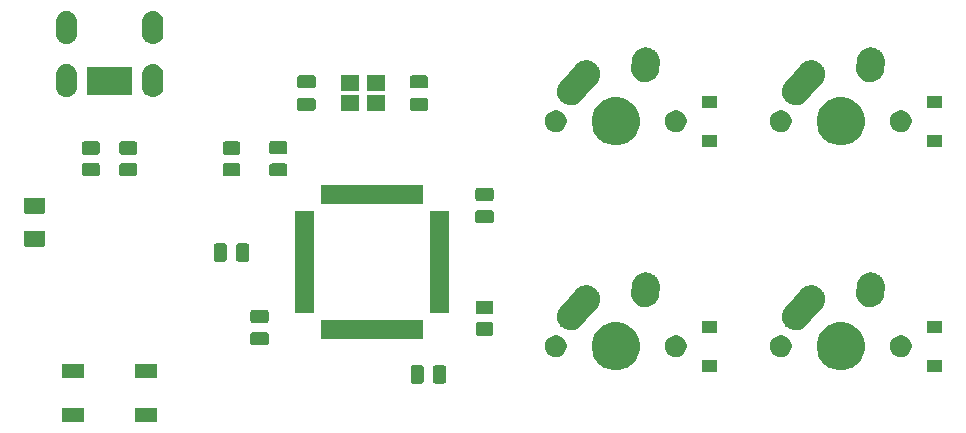
<source format=gbs>
G04 #@! TF.GenerationSoftware,KiCad,Pcbnew,(5.1.4-0-10_14)*
G04 #@! TF.CreationDate,2021-05-05T22:13:24+08:00*
G04 #@! TF.ProjectId,pcb-project,7063622d-7072-46f6-9a65-63742e6b6963,rev?*
G04 #@! TF.SameCoordinates,Original*
G04 #@! TF.FileFunction,Soldermask,Bot*
G04 #@! TF.FilePolarity,Negative*
%FSLAX46Y46*%
G04 Gerber Fmt 4.6, Leading zero omitted, Abs format (unit mm)*
G04 Created by KiCad (PCBNEW (5.1.4-0-10_14)) date 2021-05-05 22:13:24*
%MOMM*%
%LPD*%
G04 APERTURE LIST*
%ADD10C,0.100000*%
G04 APERTURE END LIST*
D10*
G36*
X173913500Y-138182250D02*
G01*
X172011500Y-138182250D01*
X172011500Y-136980250D01*
X173913500Y-136980250D01*
X173913500Y-138182250D01*
X173913500Y-138182250D01*
G37*
G36*
X167713500Y-138182250D02*
G01*
X165811500Y-138182250D01*
X165811500Y-136980250D01*
X167713500Y-136980250D01*
X167713500Y-138182250D01*
X167713500Y-138182250D01*
G37*
G36*
X198179434Y-133372436D02*
G01*
X198219284Y-133384524D01*
X198255999Y-133404149D01*
X198288186Y-133430564D01*
X198314601Y-133462751D01*
X198334226Y-133499466D01*
X198346314Y-133539316D01*
X198351000Y-133586891D01*
X198351000Y-134700609D01*
X198346314Y-134748184D01*
X198334226Y-134788034D01*
X198314601Y-134824749D01*
X198288186Y-134856936D01*
X198255999Y-134883351D01*
X198219284Y-134902976D01*
X198179434Y-134915064D01*
X198131859Y-134919750D01*
X197468141Y-134919750D01*
X197420566Y-134915064D01*
X197380716Y-134902976D01*
X197344001Y-134883351D01*
X197311814Y-134856936D01*
X197285399Y-134824749D01*
X197265774Y-134788034D01*
X197253686Y-134748184D01*
X197249000Y-134700609D01*
X197249000Y-133586891D01*
X197253686Y-133539316D01*
X197265774Y-133499466D01*
X197285399Y-133462751D01*
X197311814Y-133430564D01*
X197344001Y-133404149D01*
X197380716Y-133384524D01*
X197420566Y-133372436D01*
X197468141Y-133367750D01*
X198131859Y-133367750D01*
X198179434Y-133372436D01*
X198179434Y-133372436D01*
G37*
G36*
X196279434Y-133372436D02*
G01*
X196319284Y-133384524D01*
X196355999Y-133404149D01*
X196388186Y-133430564D01*
X196414601Y-133462751D01*
X196434226Y-133499466D01*
X196446314Y-133539316D01*
X196451000Y-133586891D01*
X196451000Y-134700609D01*
X196446314Y-134748184D01*
X196434226Y-134788034D01*
X196414601Y-134824749D01*
X196388186Y-134856936D01*
X196355999Y-134883351D01*
X196319284Y-134902976D01*
X196279434Y-134915064D01*
X196231859Y-134919750D01*
X195568141Y-134919750D01*
X195520566Y-134915064D01*
X195480716Y-134902976D01*
X195444001Y-134883351D01*
X195411814Y-134856936D01*
X195385399Y-134824749D01*
X195365774Y-134788034D01*
X195353686Y-134748184D01*
X195349000Y-134700609D01*
X195349000Y-133586891D01*
X195353686Y-133539316D01*
X195365774Y-133499466D01*
X195385399Y-133462751D01*
X195411814Y-133430564D01*
X195444001Y-133404149D01*
X195480716Y-133384524D01*
X195520566Y-133372436D01*
X195568141Y-133367750D01*
X196231859Y-133367750D01*
X196279434Y-133372436D01*
X196279434Y-133372436D01*
G37*
G36*
X173913500Y-134482250D02*
G01*
X172011500Y-134482250D01*
X172011500Y-133280250D01*
X173913500Y-133280250D01*
X173913500Y-134482250D01*
X173913500Y-134482250D01*
G37*
G36*
X167713500Y-134482250D02*
G01*
X165811500Y-134482250D01*
X165811500Y-133280250D01*
X167713500Y-133280250D01*
X167713500Y-134482250D01*
X167713500Y-134482250D01*
G37*
G36*
X240363500Y-133913500D02*
G01*
X239061500Y-133913500D01*
X239061500Y-132911500D01*
X240363500Y-132911500D01*
X240363500Y-133913500D01*
X240363500Y-133913500D01*
G37*
G36*
X221313500Y-133913500D02*
G01*
X220011500Y-133913500D01*
X220011500Y-132911500D01*
X221313500Y-132911500D01*
X221313500Y-133913500D01*
X221313500Y-133913500D01*
G37*
G36*
X232371474Y-129796184D02*
G01*
X232527089Y-129860642D01*
X232743623Y-129950333D01*
X233078548Y-130174123D01*
X233363377Y-130458952D01*
X233587167Y-130793877D01*
X233619562Y-130872086D01*
X233741316Y-131166026D01*
X233819900Y-131561094D01*
X233819900Y-131963906D01*
X233741316Y-132358974D01*
X233690451Y-132481772D01*
X233587167Y-132731123D01*
X233363377Y-133066048D01*
X233078548Y-133350877D01*
X232743623Y-133574667D01*
X232589474Y-133638517D01*
X232371474Y-133728816D01*
X231976406Y-133807400D01*
X231573594Y-133807400D01*
X231178526Y-133728816D01*
X230960526Y-133638517D01*
X230806377Y-133574667D01*
X230471452Y-133350877D01*
X230186623Y-133066048D01*
X229962833Y-132731123D01*
X229859549Y-132481772D01*
X229808684Y-132358974D01*
X229730100Y-131963906D01*
X229730100Y-131561094D01*
X229808684Y-131166026D01*
X229930438Y-130872086D01*
X229962833Y-130793877D01*
X230186623Y-130458952D01*
X230471452Y-130174123D01*
X230806377Y-129950333D01*
X231022911Y-129860642D01*
X231178526Y-129796184D01*
X231573594Y-129717600D01*
X231976406Y-129717600D01*
X232371474Y-129796184D01*
X232371474Y-129796184D01*
G37*
G36*
X213321474Y-129796184D02*
G01*
X213477089Y-129860642D01*
X213693623Y-129950333D01*
X214028548Y-130174123D01*
X214313377Y-130458952D01*
X214537167Y-130793877D01*
X214569562Y-130872086D01*
X214691316Y-131166026D01*
X214769900Y-131561094D01*
X214769900Y-131963906D01*
X214691316Y-132358974D01*
X214640451Y-132481772D01*
X214537167Y-132731123D01*
X214313377Y-133066048D01*
X214028548Y-133350877D01*
X213693623Y-133574667D01*
X213539474Y-133638517D01*
X213321474Y-133728816D01*
X212926406Y-133807400D01*
X212523594Y-133807400D01*
X212128526Y-133728816D01*
X211910526Y-133638517D01*
X211756377Y-133574667D01*
X211421452Y-133350877D01*
X211136623Y-133066048D01*
X210912833Y-132731123D01*
X210809549Y-132481772D01*
X210758684Y-132358974D01*
X210680100Y-131963906D01*
X210680100Y-131561094D01*
X210758684Y-131166026D01*
X210880438Y-130872086D01*
X210912833Y-130793877D01*
X211136623Y-130458952D01*
X211421452Y-130174123D01*
X211756377Y-129950333D01*
X211972911Y-129860642D01*
X212128526Y-129796184D01*
X212523594Y-129717600D01*
X212926406Y-129717600D01*
X213321474Y-129796184D01*
X213321474Y-129796184D01*
G37*
G36*
X237125104Y-130872085D02*
G01*
X237293626Y-130941889D01*
X237445291Y-131043228D01*
X237574272Y-131172209D01*
X237675611Y-131323874D01*
X237745415Y-131492396D01*
X237781000Y-131671297D01*
X237781000Y-131853703D01*
X237745415Y-132032604D01*
X237675611Y-132201126D01*
X237574272Y-132352791D01*
X237445291Y-132481772D01*
X237293626Y-132583111D01*
X237125104Y-132652915D01*
X236946203Y-132688500D01*
X236763797Y-132688500D01*
X236584896Y-132652915D01*
X236416374Y-132583111D01*
X236264709Y-132481772D01*
X236135728Y-132352791D01*
X236034389Y-132201126D01*
X235964585Y-132032604D01*
X235929000Y-131853703D01*
X235929000Y-131671297D01*
X235964585Y-131492396D01*
X236034389Y-131323874D01*
X236135728Y-131172209D01*
X236264709Y-131043228D01*
X236416374Y-130941889D01*
X236584896Y-130872085D01*
X236763797Y-130836500D01*
X236946203Y-130836500D01*
X237125104Y-130872085D01*
X237125104Y-130872085D01*
G37*
G36*
X226965104Y-130872085D02*
G01*
X227133626Y-130941889D01*
X227285291Y-131043228D01*
X227414272Y-131172209D01*
X227515611Y-131323874D01*
X227585415Y-131492396D01*
X227621000Y-131671297D01*
X227621000Y-131853703D01*
X227585415Y-132032604D01*
X227515611Y-132201126D01*
X227414272Y-132352791D01*
X227285291Y-132481772D01*
X227133626Y-132583111D01*
X226965104Y-132652915D01*
X226786203Y-132688500D01*
X226603797Y-132688500D01*
X226424896Y-132652915D01*
X226256374Y-132583111D01*
X226104709Y-132481772D01*
X225975728Y-132352791D01*
X225874389Y-132201126D01*
X225804585Y-132032604D01*
X225769000Y-131853703D01*
X225769000Y-131671297D01*
X225804585Y-131492396D01*
X225874389Y-131323874D01*
X225975728Y-131172209D01*
X226104709Y-131043228D01*
X226256374Y-130941889D01*
X226424896Y-130872085D01*
X226603797Y-130836500D01*
X226786203Y-130836500D01*
X226965104Y-130872085D01*
X226965104Y-130872085D01*
G37*
G36*
X218075104Y-130872085D02*
G01*
X218243626Y-130941889D01*
X218395291Y-131043228D01*
X218524272Y-131172209D01*
X218625611Y-131323874D01*
X218695415Y-131492396D01*
X218731000Y-131671297D01*
X218731000Y-131853703D01*
X218695415Y-132032604D01*
X218625611Y-132201126D01*
X218524272Y-132352791D01*
X218395291Y-132481772D01*
X218243626Y-132583111D01*
X218075104Y-132652915D01*
X217896203Y-132688500D01*
X217713797Y-132688500D01*
X217534896Y-132652915D01*
X217366374Y-132583111D01*
X217214709Y-132481772D01*
X217085728Y-132352791D01*
X216984389Y-132201126D01*
X216914585Y-132032604D01*
X216879000Y-131853703D01*
X216879000Y-131671297D01*
X216914585Y-131492396D01*
X216984389Y-131323874D01*
X217085728Y-131172209D01*
X217214709Y-131043228D01*
X217366374Y-130941889D01*
X217534896Y-130872085D01*
X217713797Y-130836500D01*
X217896203Y-130836500D01*
X218075104Y-130872085D01*
X218075104Y-130872085D01*
G37*
G36*
X207915104Y-130872085D02*
G01*
X208083626Y-130941889D01*
X208235291Y-131043228D01*
X208364272Y-131172209D01*
X208465611Y-131323874D01*
X208535415Y-131492396D01*
X208571000Y-131671297D01*
X208571000Y-131853703D01*
X208535415Y-132032604D01*
X208465611Y-132201126D01*
X208364272Y-132352791D01*
X208235291Y-132481772D01*
X208083626Y-132583111D01*
X207915104Y-132652915D01*
X207736203Y-132688500D01*
X207553797Y-132688500D01*
X207374896Y-132652915D01*
X207206374Y-132583111D01*
X207054709Y-132481772D01*
X206925728Y-132352791D01*
X206824389Y-132201126D01*
X206754585Y-132032604D01*
X206719000Y-131853703D01*
X206719000Y-131671297D01*
X206754585Y-131492396D01*
X206824389Y-131323874D01*
X206925728Y-131172209D01*
X207054709Y-131043228D01*
X207206374Y-130941889D01*
X207374896Y-130872085D01*
X207553797Y-130836500D01*
X207736203Y-130836500D01*
X207915104Y-130872085D01*
X207915104Y-130872085D01*
G37*
G36*
X183166934Y-130578686D02*
G01*
X183206784Y-130590774D01*
X183243499Y-130610399D01*
X183275686Y-130636814D01*
X183302101Y-130669001D01*
X183321726Y-130705716D01*
X183333814Y-130745566D01*
X183338500Y-130793141D01*
X183338500Y-131456859D01*
X183333814Y-131504434D01*
X183321726Y-131544284D01*
X183302101Y-131580999D01*
X183275686Y-131613186D01*
X183243499Y-131639601D01*
X183206784Y-131659226D01*
X183166934Y-131671314D01*
X183119359Y-131676000D01*
X182005641Y-131676000D01*
X181958066Y-131671314D01*
X181918216Y-131659226D01*
X181881501Y-131639601D01*
X181849314Y-131613186D01*
X181822899Y-131580999D01*
X181803274Y-131544284D01*
X181791186Y-131504434D01*
X181786500Y-131456859D01*
X181786500Y-130793141D01*
X181791186Y-130745566D01*
X181803274Y-130705716D01*
X181822899Y-130669001D01*
X181849314Y-130636814D01*
X181881501Y-130610399D01*
X181918216Y-130590774D01*
X181958066Y-130578686D01*
X182005641Y-130574000D01*
X183119359Y-130574000D01*
X183166934Y-130578686D01*
X183166934Y-130578686D01*
G37*
G36*
X196413500Y-131119750D02*
G01*
X187761500Y-131119750D01*
X187761500Y-129517750D01*
X196413500Y-129517750D01*
X196413500Y-131119750D01*
X196413500Y-131119750D01*
G37*
G36*
X202193662Y-129734894D02*
G01*
X202233108Y-129746860D01*
X202269453Y-129766287D01*
X202301315Y-129792435D01*
X202327463Y-129824297D01*
X202346890Y-129860642D01*
X202358856Y-129900088D01*
X202363500Y-129947243D01*
X202363500Y-130640257D01*
X202358856Y-130687412D01*
X202346890Y-130726858D01*
X202327463Y-130763203D01*
X202301315Y-130795065D01*
X202269453Y-130821213D01*
X202233108Y-130840640D01*
X202193662Y-130852606D01*
X202146507Y-130857250D01*
X201078493Y-130857250D01*
X201031338Y-130852606D01*
X200991892Y-130840640D01*
X200955547Y-130821213D01*
X200923685Y-130795065D01*
X200897537Y-130763203D01*
X200878110Y-130726858D01*
X200866144Y-130687412D01*
X200861500Y-130640257D01*
X200861500Y-129947243D01*
X200866144Y-129900088D01*
X200878110Y-129860642D01*
X200897537Y-129824297D01*
X200923685Y-129792435D01*
X200955547Y-129766287D01*
X200991892Y-129746860D01*
X201031338Y-129734894D01*
X201078493Y-129730250D01*
X202146507Y-129730250D01*
X202193662Y-129734894D01*
X202193662Y-129734894D01*
G37*
G36*
X221313500Y-130613500D02*
G01*
X220011500Y-130613500D01*
X220011500Y-129611500D01*
X221313500Y-129611500D01*
X221313500Y-130613500D01*
X221313500Y-130613500D01*
G37*
G36*
X240363500Y-130613500D02*
G01*
X239061500Y-130613500D01*
X239061500Y-129611500D01*
X240363500Y-129611500D01*
X240363500Y-130613500D01*
X240363500Y-130613500D01*
G37*
G36*
X210248205Y-126586381D02*
G01*
X210253645Y-126586500D01*
X210340828Y-126586500D01*
X210357097Y-126589736D01*
X210375956Y-126592015D01*
X210392532Y-126592746D01*
X210477223Y-126613510D01*
X210482518Y-126614684D01*
X210568027Y-126631693D01*
X210583362Y-126638045D01*
X210601401Y-126643955D01*
X210617521Y-126647907D01*
X210696504Y-126684780D01*
X210701494Y-126686977D01*
X210782045Y-126720342D01*
X210795841Y-126729560D01*
X210812393Y-126738882D01*
X210827426Y-126745900D01*
X210897694Y-126797471D01*
X210902192Y-126800622D01*
X210974656Y-126849041D01*
X210986383Y-126860768D01*
X211000809Y-126873148D01*
X211014179Y-126882961D01*
X211014180Y-126882962D01*
X211073021Y-126947233D01*
X211076829Y-126951214D01*
X211138459Y-127012844D01*
X211147674Y-127026635D01*
X211159396Y-127041578D01*
X211170605Y-127053821D01*
X211215799Y-127128374D01*
X211218746Y-127133001D01*
X211267158Y-127205455D01*
X211273505Y-127220777D01*
X211282092Y-127237731D01*
X211290691Y-127251917D01*
X211320478Y-127333868D01*
X211322452Y-127338948D01*
X211355807Y-127419473D01*
X211355807Y-127419474D01*
X211359041Y-127435733D01*
X211364158Y-127454042D01*
X211369825Y-127469634D01*
X211383055Y-127555845D01*
X211384001Y-127561213D01*
X211401000Y-127646673D01*
X211401000Y-127663252D01*
X211402444Y-127682192D01*
X211404963Y-127698604D01*
X211401120Y-127785749D01*
X211401000Y-127791189D01*
X211401000Y-127878325D01*
X211397766Y-127894583D01*
X211395488Y-127913441D01*
X211394756Y-127930031D01*
X211373988Y-128014737D01*
X211372812Y-128020037D01*
X211355807Y-128105527D01*
X211349457Y-128120857D01*
X211343549Y-128138893D01*
X211339595Y-128155020D01*
X211302711Y-128234026D01*
X211300511Y-128239023D01*
X211267158Y-128319545D01*
X211257944Y-128333335D01*
X211248622Y-128349887D01*
X211241602Y-128364924D01*
X211190011Y-128435220D01*
X211186866Y-128439710D01*
X211138461Y-128512154D01*
X211081460Y-128569155D01*
X211076811Y-128574063D01*
X210744208Y-128944750D01*
X209751723Y-130050876D01*
X209623679Y-130168102D01*
X209524630Y-130228146D01*
X209425583Y-130288189D01*
X209207866Y-130367323D01*
X208978895Y-130402461D01*
X208747470Y-130392254D01*
X208522481Y-130337093D01*
X208417727Y-130288189D01*
X208312579Y-130239102D01*
X208215838Y-130168102D01*
X208125823Y-130102039D01*
X208037099Y-130005127D01*
X207969398Y-129931179D01*
X207887564Y-129796185D01*
X207849311Y-129733083D01*
X207770177Y-129515366D01*
X207735039Y-129286395D01*
X207745246Y-129054970D01*
X207800407Y-128829981D01*
X207865395Y-128690774D01*
X207898398Y-128620080D01*
X207898400Y-128620077D01*
X208001114Y-128480122D01*
X208756245Y-127638527D01*
X209287787Y-127046121D01*
X209298681Y-127032089D01*
X209311539Y-127012846D01*
X209368573Y-126955812D01*
X209373223Y-126950903D01*
X209388278Y-126934124D01*
X209409701Y-126914511D01*
X209413682Y-126910703D01*
X209475346Y-126849039D01*
X209489143Y-126839820D01*
X209504102Y-126828085D01*
X209516321Y-126816898D01*
X209548385Y-126797461D01*
X209590830Y-126771731D01*
X209595421Y-126768808D01*
X209667955Y-126720342D01*
X209683300Y-126713986D01*
X209700248Y-126705401D01*
X209714416Y-126696812D01*
X209714417Y-126696812D01*
X209714418Y-126696811D01*
X209796312Y-126667045D01*
X209801410Y-126665063D01*
X209881973Y-126631693D01*
X209898252Y-126628455D01*
X209916542Y-126623344D01*
X209932135Y-126617677D01*
X210018300Y-126604454D01*
X210023663Y-126603509D01*
X210109173Y-126586500D01*
X210125766Y-126586500D01*
X210144709Y-126585055D01*
X210161106Y-126582539D01*
X210248205Y-126586381D01*
X210248205Y-126586381D01*
G37*
G36*
X229298205Y-126586381D02*
G01*
X229303645Y-126586500D01*
X229390828Y-126586500D01*
X229407097Y-126589736D01*
X229425956Y-126592015D01*
X229442532Y-126592746D01*
X229527223Y-126613510D01*
X229532518Y-126614684D01*
X229618027Y-126631693D01*
X229633362Y-126638045D01*
X229651401Y-126643955D01*
X229667521Y-126647907D01*
X229746504Y-126684780D01*
X229751494Y-126686977D01*
X229832045Y-126720342D01*
X229845841Y-126729560D01*
X229862393Y-126738882D01*
X229877426Y-126745900D01*
X229947694Y-126797471D01*
X229952192Y-126800622D01*
X230024656Y-126849041D01*
X230036383Y-126860768D01*
X230050809Y-126873148D01*
X230064179Y-126882961D01*
X230064180Y-126882962D01*
X230123021Y-126947233D01*
X230126829Y-126951214D01*
X230188459Y-127012844D01*
X230197674Y-127026635D01*
X230209396Y-127041578D01*
X230220605Y-127053821D01*
X230265799Y-127128374D01*
X230268746Y-127133001D01*
X230317158Y-127205455D01*
X230323505Y-127220777D01*
X230332092Y-127237731D01*
X230340691Y-127251917D01*
X230370478Y-127333868D01*
X230372452Y-127338948D01*
X230405807Y-127419473D01*
X230405807Y-127419474D01*
X230409041Y-127435733D01*
X230414158Y-127454042D01*
X230419825Y-127469634D01*
X230433055Y-127555845D01*
X230434001Y-127561213D01*
X230451000Y-127646673D01*
X230451000Y-127663252D01*
X230452444Y-127682192D01*
X230454963Y-127698604D01*
X230451120Y-127785749D01*
X230451000Y-127791189D01*
X230451000Y-127878325D01*
X230447766Y-127894583D01*
X230445488Y-127913441D01*
X230444756Y-127930031D01*
X230423988Y-128014737D01*
X230422812Y-128020037D01*
X230405807Y-128105527D01*
X230399457Y-128120857D01*
X230393549Y-128138893D01*
X230389595Y-128155020D01*
X230352711Y-128234026D01*
X230350511Y-128239023D01*
X230317158Y-128319545D01*
X230307944Y-128333335D01*
X230298622Y-128349887D01*
X230291602Y-128364924D01*
X230240011Y-128435220D01*
X230236866Y-128439710D01*
X230188461Y-128512154D01*
X230131460Y-128569155D01*
X230126811Y-128574063D01*
X229794208Y-128944750D01*
X228801723Y-130050876D01*
X228673679Y-130168102D01*
X228574630Y-130228146D01*
X228475583Y-130288189D01*
X228257866Y-130367323D01*
X228028895Y-130402461D01*
X227797470Y-130392254D01*
X227572481Y-130337093D01*
X227467727Y-130288189D01*
X227362579Y-130239102D01*
X227265838Y-130168102D01*
X227175823Y-130102039D01*
X227087099Y-130005127D01*
X227019398Y-129931179D01*
X226937564Y-129796185D01*
X226899311Y-129733083D01*
X226820177Y-129515366D01*
X226785039Y-129286395D01*
X226795246Y-129054970D01*
X226850407Y-128829981D01*
X226915395Y-128690774D01*
X226948398Y-128620080D01*
X226948400Y-128620077D01*
X227051114Y-128480122D01*
X227806245Y-127638527D01*
X228337787Y-127046121D01*
X228348681Y-127032089D01*
X228361539Y-127012846D01*
X228418573Y-126955812D01*
X228423223Y-126950903D01*
X228438278Y-126934124D01*
X228459701Y-126914511D01*
X228463682Y-126910703D01*
X228525346Y-126849039D01*
X228539143Y-126839820D01*
X228554102Y-126828085D01*
X228566321Y-126816898D01*
X228598385Y-126797461D01*
X228640830Y-126771731D01*
X228645421Y-126768808D01*
X228717955Y-126720342D01*
X228733300Y-126713986D01*
X228750248Y-126705401D01*
X228764416Y-126696812D01*
X228764417Y-126696812D01*
X228764418Y-126696811D01*
X228846312Y-126667045D01*
X228851410Y-126665063D01*
X228931973Y-126631693D01*
X228948252Y-126628455D01*
X228966542Y-126623344D01*
X228982135Y-126617677D01*
X229068300Y-126604454D01*
X229073663Y-126603509D01*
X229159173Y-126586500D01*
X229175766Y-126586500D01*
X229194709Y-126585055D01*
X229211106Y-126582539D01*
X229298205Y-126586381D01*
X229298205Y-126586381D01*
G37*
G36*
X183166934Y-128678686D02*
G01*
X183206784Y-128690774D01*
X183243499Y-128710399D01*
X183275686Y-128736814D01*
X183302101Y-128769001D01*
X183321726Y-128805716D01*
X183333814Y-128845566D01*
X183338500Y-128893141D01*
X183338500Y-129556859D01*
X183333814Y-129604434D01*
X183321726Y-129644284D01*
X183302101Y-129680999D01*
X183275686Y-129713186D01*
X183243499Y-129739601D01*
X183206784Y-129759226D01*
X183166934Y-129771314D01*
X183119359Y-129776000D01*
X182005641Y-129776000D01*
X181958066Y-129771314D01*
X181918216Y-129759226D01*
X181881501Y-129739601D01*
X181849314Y-129713186D01*
X181822899Y-129680999D01*
X181803274Y-129644284D01*
X181791186Y-129604434D01*
X181786500Y-129556859D01*
X181786500Y-128893141D01*
X181791186Y-128845566D01*
X181803274Y-128805716D01*
X181822899Y-128769001D01*
X181849314Y-128736814D01*
X181881501Y-128710399D01*
X181918216Y-128690774D01*
X181958066Y-128678686D01*
X182005641Y-128674000D01*
X183119359Y-128674000D01*
X183166934Y-128678686D01*
X183166934Y-128678686D01*
G37*
G36*
X202193662Y-127909894D02*
G01*
X202233108Y-127921860D01*
X202269453Y-127941287D01*
X202301315Y-127967435D01*
X202327463Y-127999297D01*
X202346890Y-128035642D01*
X202358856Y-128075088D01*
X202363500Y-128122243D01*
X202363500Y-128815257D01*
X202358856Y-128862412D01*
X202346890Y-128901858D01*
X202327463Y-128938203D01*
X202301315Y-128970065D01*
X202269453Y-128996213D01*
X202233108Y-129015640D01*
X202193662Y-129027606D01*
X202146507Y-129032250D01*
X201078493Y-129032250D01*
X201031338Y-129027606D01*
X200991892Y-129015640D01*
X200955547Y-128996213D01*
X200923685Y-128970065D01*
X200897537Y-128938203D01*
X200878110Y-128901858D01*
X200866144Y-128862412D01*
X200861500Y-128815257D01*
X200861500Y-128122243D01*
X200866144Y-128075088D01*
X200878110Y-128035642D01*
X200897537Y-127999297D01*
X200923685Y-127967435D01*
X200955547Y-127941287D01*
X200991892Y-127921860D01*
X201031338Y-127909894D01*
X201078493Y-127905250D01*
X202146507Y-127905250D01*
X202193662Y-127909894D01*
X202193662Y-127909894D01*
G37*
G36*
X187188500Y-128944750D02*
G01*
X185586500Y-128944750D01*
X185586500Y-120292750D01*
X187188500Y-120292750D01*
X187188500Y-128944750D01*
X187188500Y-128944750D01*
G37*
G36*
X198588500Y-128944750D02*
G01*
X196986500Y-128944750D01*
X196986500Y-120292750D01*
X198588500Y-120292750D01*
X198588500Y-128944750D01*
X198588500Y-128944750D01*
G37*
G36*
X234403127Y-125504761D02*
G01*
X234423900Y-125506500D01*
X234430827Y-125506500D01*
X234525754Y-125525382D01*
X234529348Y-125526042D01*
X234624730Y-125542124D01*
X234631203Y-125544585D01*
X234651228Y-125550341D01*
X234658027Y-125551693D01*
X234720414Y-125577534D01*
X234747443Y-125588730D01*
X234750844Y-125590081D01*
X234841255Y-125624461D01*
X234847127Y-125628140D01*
X234865636Y-125637687D01*
X234872045Y-125640342D01*
X234952563Y-125694142D01*
X234955554Y-125696078D01*
X235037557Y-125747459D01*
X235042584Y-125752200D01*
X235058896Y-125765191D01*
X235064652Y-125769037D01*
X235133110Y-125837495D01*
X235135689Y-125839999D01*
X235206090Y-125906389D01*
X235210095Y-125912019D01*
X235223559Y-125927944D01*
X235228459Y-125932844D01*
X235282244Y-126013339D01*
X235284291Y-126016307D01*
X235340380Y-126095145D01*
X235343214Y-126101458D01*
X235353308Y-126119693D01*
X235357158Y-126125455D01*
X235394220Y-126214930D01*
X235395624Y-126218185D01*
X235435265Y-126306473D01*
X235436815Y-126313225D01*
X235443152Y-126333062D01*
X235445807Y-126339473D01*
X235464692Y-126434417D01*
X235465438Y-126437901D01*
X235487098Y-126532251D01*
X235487098Y-126532254D01*
X235487300Y-126539154D01*
X235489647Y-126559870D01*
X235491000Y-126566674D01*
X235491000Y-126663486D01*
X235491053Y-126667084D01*
X235492188Y-126705777D01*
X235491295Y-126718725D01*
X235491000Y-126727297D01*
X235491000Y-126798326D01*
X235485081Y-126828085D01*
X235484604Y-126830479D01*
X235482500Y-126846250D01*
X235444238Y-127401045D01*
X235415376Y-127572230D01*
X235333038Y-127788755D01*
X235210041Y-127985057D01*
X235051111Y-128153590D01*
X234862355Y-128287880D01*
X234651027Y-128382765D01*
X234425249Y-128434598D01*
X234193698Y-128441389D01*
X234193697Y-128441389D01*
X234148012Y-128433686D01*
X233965270Y-128402876D01*
X233748745Y-128320538D01*
X233552443Y-128197541D01*
X233383910Y-128038611D01*
X233249620Y-127849855D01*
X233154735Y-127638527D01*
X233102902Y-127412749D01*
X233097812Y-127239223D01*
X233138704Y-126646294D01*
X233139000Y-126637696D01*
X233139000Y-126566675D01*
X233157882Y-126471750D01*
X233158544Y-126468145D01*
X233164231Y-126434417D01*
X233174624Y-126372770D01*
X233177085Y-126366299D01*
X233182842Y-126346267D01*
X233184193Y-126339474D01*
X233186843Y-126333076D01*
X233221264Y-126249976D01*
X233222553Y-126246730D01*
X233256962Y-126156245D01*
X233260636Y-126150381D01*
X233270187Y-126131865D01*
X233272842Y-126125455D01*
X233326657Y-126044915D01*
X233328577Y-126041949D01*
X233379959Y-125959943D01*
X233384711Y-125954904D01*
X233397689Y-125938607D01*
X233401537Y-125932848D01*
X233469993Y-125864392D01*
X233472546Y-125861762D01*
X233493023Y-125840048D01*
X233538889Y-125791410D01*
X233544521Y-125787403D01*
X233560447Y-125773938D01*
X233565346Y-125769039D01*
X233645824Y-125715266D01*
X233648806Y-125713210D01*
X233727645Y-125657120D01*
X233733955Y-125654287D01*
X233752194Y-125644191D01*
X233757951Y-125640344D01*
X233757954Y-125640343D01*
X233757955Y-125640342D01*
X233847429Y-125603281D01*
X233850687Y-125601875D01*
X233938973Y-125562235D01*
X233945725Y-125560685D01*
X233965562Y-125554348D01*
X233971973Y-125551693D01*
X234066899Y-125532811D01*
X234070446Y-125532051D01*
X234164751Y-125510401D01*
X234167130Y-125510331D01*
X234171665Y-125510198D01*
X234192381Y-125507851D01*
X234199174Y-125506500D01*
X234295959Y-125506500D01*
X234299584Y-125506447D01*
X234396302Y-125503610D01*
X234403127Y-125504761D01*
X234403127Y-125504761D01*
G37*
G36*
X215353127Y-125504761D02*
G01*
X215373900Y-125506500D01*
X215380827Y-125506500D01*
X215475754Y-125525382D01*
X215479348Y-125526042D01*
X215574730Y-125542124D01*
X215581203Y-125544585D01*
X215601228Y-125550341D01*
X215608027Y-125551693D01*
X215670414Y-125577534D01*
X215697443Y-125588730D01*
X215700844Y-125590081D01*
X215791255Y-125624461D01*
X215797127Y-125628140D01*
X215815636Y-125637687D01*
X215822045Y-125640342D01*
X215902563Y-125694142D01*
X215905554Y-125696078D01*
X215987557Y-125747459D01*
X215992584Y-125752200D01*
X216008896Y-125765191D01*
X216014652Y-125769037D01*
X216083110Y-125837495D01*
X216085689Y-125839999D01*
X216156090Y-125906389D01*
X216160095Y-125912019D01*
X216173559Y-125927944D01*
X216178459Y-125932844D01*
X216232244Y-126013339D01*
X216234291Y-126016307D01*
X216290380Y-126095145D01*
X216293214Y-126101458D01*
X216303308Y-126119693D01*
X216307158Y-126125455D01*
X216344220Y-126214930D01*
X216345624Y-126218185D01*
X216385265Y-126306473D01*
X216386815Y-126313225D01*
X216393152Y-126333062D01*
X216395807Y-126339473D01*
X216414692Y-126434417D01*
X216415438Y-126437901D01*
X216437098Y-126532251D01*
X216437098Y-126532254D01*
X216437300Y-126539154D01*
X216439647Y-126559870D01*
X216441000Y-126566674D01*
X216441000Y-126663486D01*
X216441053Y-126667084D01*
X216442188Y-126705777D01*
X216441295Y-126718725D01*
X216441000Y-126727297D01*
X216441000Y-126798326D01*
X216435081Y-126828085D01*
X216434604Y-126830479D01*
X216432500Y-126846250D01*
X216394238Y-127401045D01*
X216365376Y-127572230D01*
X216283038Y-127788755D01*
X216160041Y-127985057D01*
X216001111Y-128153590D01*
X215812355Y-128287880D01*
X215601027Y-128382765D01*
X215375249Y-128434598D01*
X215143698Y-128441389D01*
X215143697Y-128441389D01*
X215098012Y-128433686D01*
X214915270Y-128402876D01*
X214698745Y-128320538D01*
X214502443Y-128197541D01*
X214333910Y-128038611D01*
X214199620Y-127849855D01*
X214104735Y-127638527D01*
X214052902Y-127412749D01*
X214047812Y-127239223D01*
X214088704Y-126646294D01*
X214089000Y-126637696D01*
X214089000Y-126566675D01*
X214107882Y-126471750D01*
X214108544Y-126468145D01*
X214114231Y-126434417D01*
X214124624Y-126372770D01*
X214127085Y-126366299D01*
X214132842Y-126346267D01*
X214134193Y-126339474D01*
X214136843Y-126333076D01*
X214171264Y-126249976D01*
X214172553Y-126246730D01*
X214206962Y-126156245D01*
X214210636Y-126150381D01*
X214220187Y-126131865D01*
X214222842Y-126125455D01*
X214276657Y-126044915D01*
X214278577Y-126041949D01*
X214329959Y-125959943D01*
X214334711Y-125954904D01*
X214347689Y-125938607D01*
X214351537Y-125932848D01*
X214419993Y-125864392D01*
X214422546Y-125861762D01*
X214443023Y-125840048D01*
X214488889Y-125791410D01*
X214494521Y-125787403D01*
X214510447Y-125773938D01*
X214515346Y-125769039D01*
X214595824Y-125715266D01*
X214598806Y-125713210D01*
X214677645Y-125657120D01*
X214683955Y-125654287D01*
X214702194Y-125644191D01*
X214707951Y-125640344D01*
X214707954Y-125640343D01*
X214707955Y-125640342D01*
X214797429Y-125603281D01*
X214800687Y-125601875D01*
X214888973Y-125562235D01*
X214895725Y-125560685D01*
X214915562Y-125554348D01*
X214921973Y-125551693D01*
X215016899Y-125532811D01*
X215020446Y-125532051D01*
X215114751Y-125510401D01*
X215117130Y-125510331D01*
X215121665Y-125510198D01*
X215142381Y-125507851D01*
X215149174Y-125506500D01*
X215245959Y-125506500D01*
X215249584Y-125506447D01*
X215346302Y-125503610D01*
X215353127Y-125504761D01*
X215353127Y-125504761D01*
G37*
G36*
X181510684Y-123053686D02*
G01*
X181550534Y-123065774D01*
X181587249Y-123085399D01*
X181619436Y-123111814D01*
X181645851Y-123144001D01*
X181665476Y-123180716D01*
X181677564Y-123220566D01*
X181682250Y-123268141D01*
X181682250Y-124381859D01*
X181677564Y-124429434D01*
X181665476Y-124469284D01*
X181645851Y-124505999D01*
X181619436Y-124538186D01*
X181587249Y-124564601D01*
X181550534Y-124584226D01*
X181510684Y-124596314D01*
X181463109Y-124601000D01*
X180799391Y-124601000D01*
X180751816Y-124596314D01*
X180711966Y-124584226D01*
X180675251Y-124564601D01*
X180643064Y-124538186D01*
X180616649Y-124505999D01*
X180597024Y-124469284D01*
X180584936Y-124429434D01*
X180580250Y-124381859D01*
X180580250Y-123268141D01*
X180584936Y-123220566D01*
X180597024Y-123180716D01*
X180616649Y-123144001D01*
X180643064Y-123111814D01*
X180675251Y-123085399D01*
X180711966Y-123065774D01*
X180751816Y-123053686D01*
X180799391Y-123049000D01*
X181463109Y-123049000D01*
X181510684Y-123053686D01*
X181510684Y-123053686D01*
G37*
G36*
X179610684Y-123053686D02*
G01*
X179650534Y-123065774D01*
X179687249Y-123085399D01*
X179719436Y-123111814D01*
X179745851Y-123144001D01*
X179765476Y-123180716D01*
X179777564Y-123220566D01*
X179782250Y-123268141D01*
X179782250Y-124381859D01*
X179777564Y-124429434D01*
X179765476Y-124469284D01*
X179745851Y-124505999D01*
X179719436Y-124538186D01*
X179687249Y-124564601D01*
X179650534Y-124584226D01*
X179610684Y-124596314D01*
X179563109Y-124601000D01*
X178899391Y-124601000D01*
X178851816Y-124596314D01*
X178811966Y-124584226D01*
X178775251Y-124564601D01*
X178743064Y-124538186D01*
X178716649Y-124505999D01*
X178697024Y-124469284D01*
X178684936Y-124429434D01*
X178680250Y-124381859D01*
X178680250Y-123268141D01*
X178684936Y-123220566D01*
X178697024Y-123180716D01*
X178716649Y-123144001D01*
X178743064Y-123111814D01*
X178775251Y-123085399D01*
X178811966Y-123065774D01*
X178851816Y-123053686D01*
X178899391Y-123049000D01*
X179563109Y-123049000D01*
X179610684Y-123053686D01*
X179610684Y-123053686D01*
G37*
G36*
X164281104Y-121984597D02*
G01*
X164317644Y-121995682D01*
X164351321Y-122013683D01*
X164380841Y-122037909D01*
X164405067Y-122067429D01*
X164423068Y-122101106D01*
X164434153Y-122137646D01*
X164438500Y-122181788D01*
X164438500Y-123130712D01*
X164434153Y-123174854D01*
X164423068Y-123211394D01*
X164405067Y-123245071D01*
X164380841Y-123274591D01*
X164351321Y-123298817D01*
X164317644Y-123316818D01*
X164281104Y-123327903D01*
X164236962Y-123332250D01*
X162788038Y-123332250D01*
X162743896Y-123327903D01*
X162707356Y-123316818D01*
X162673679Y-123298817D01*
X162644159Y-123274591D01*
X162619933Y-123245071D01*
X162601932Y-123211394D01*
X162590847Y-123174854D01*
X162586500Y-123130712D01*
X162586500Y-122181788D01*
X162590847Y-122137646D01*
X162601932Y-122101106D01*
X162619933Y-122067429D01*
X162644159Y-122037909D01*
X162673679Y-122013683D01*
X162707356Y-121995682D01*
X162743896Y-121984597D01*
X162788038Y-121980250D01*
X164236962Y-121980250D01*
X164281104Y-121984597D01*
X164281104Y-121984597D01*
G37*
G36*
X202216934Y-120259936D02*
G01*
X202256784Y-120272024D01*
X202293499Y-120291649D01*
X202325686Y-120318064D01*
X202352101Y-120350251D01*
X202371726Y-120386966D01*
X202383814Y-120426816D01*
X202388500Y-120474391D01*
X202388500Y-121138109D01*
X202383814Y-121185684D01*
X202371726Y-121225534D01*
X202352101Y-121262249D01*
X202325686Y-121294436D01*
X202293499Y-121320851D01*
X202256784Y-121340476D01*
X202216934Y-121352564D01*
X202169359Y-121357250D01*
X201055641Y-121357250D01*
X201008066Y-121352564D01*
X200968216Y-121340476D01*
X200931501Y-121320851D01*
X200899314Y-121294436D01*
X200872899Y-121262249D01*
X200853274Y-121225534D01*
X200841186Y-121185684D01*
X200836500Y-121138109D01*
X200836500Y-120474391D01*
X200841186Y-120426816D01*
X200853274Y-120386966D01*
X200872899Y-120350251D01*
X200899314Y-120318064D01*
X200931501Y-120291649D01*
X200968216Y-120272024D01*
X201008066Y-120259936D01*
X201055641Y-120255250D01*
X202169359Y-120255250D01*
X202216934Y-120259936D01*
X202216934Y-120259936D01*
G37*
G36*
X164281104Y-119184597D02*
G01*
X164317644Y-119195682D01*
X164351321Y-119213683D01*
X164380841Y-119237909D01*
X164405067Y-119267429D01*
X164423068Y-119301106D01*
X164434153Y-119337646D01*
X164438500Y-119381788D01*
X164438500Y-120330712D01*
X164434153Y-120374854D01*
X164423068Y-120411394D01*
X164405067Y-120445071D01*
X164380841Y-120474591D01*
X164351321Y-120498817D01*
X164317644Y-120516818D01*
X164281104Y-120527903D01*
X164236962Y-120532250D01*
X162788038Y-120532250D01*
X162743896Y-120527903D01*
X162707356Y-120516818D01*
X162673679Y-120498817D01*
X162644159Y-120474591D01*
X162619933Y-120445071D01*
X162601932Y-120411394D01*
X162590847Y-120374854D01*
X162586500Y-120330712D01*
X162586500Y-119381788D01*
X162590847Y-119337646D01*
X162601932Y-119301106D01*
X162619933Y-119267429D01*
X162644159Y-119237909D01*
X162673679Y-119213683D01*
X162707356Y-119195682D01*
X162743896Y-119184597D01*
X162788038Y-119180250D01*
X164236962Y-119180250D01*
X164281104Y-119184597D01*
X164281104Y-119184597D01*
G37*
G36*
X196413500Y-119719750D02*
G01*
X187761500Y-119719750D01*
X187761500Y-118117750D01*
X196413500Y-118117750D01*
X196413500Y-119719750D01*
X196413500Y-119719750D01*
G37*
G36*
X202216934Y-118359936D02*
G01*
X202256784Y-118372024D01*
X202293499Y-118391649D01*
X202325686Y-118418064D01*
X202352101Y-118450251D01*
X202371726Y-118486966D01*
X202383814Y-118526816D01*
X202388500Y-118574391D01*
X202388500Y-119238109D01*
X202383814Y-119285684D01*
X202371726Y-119325534D01*
X202352101Y-119362249D01*
X202325686Y-119394436D01*
X202293499Y-119420851D01*
X202256784Y-119440476D01*
X202216934Y-119452564D01*
X202169359Y-119457250D01*
X201055641Y-119457250D01*
X201008066Y-119452564D01*
X200968216Y-119440476D01*
X200931501Y-119420851D01*
X200899314Y-119394436D01*
X200872899Y-119362249D01*
X200853274Y-119325534D01*
X200841186Y-119285684D01*
X200836500Y-119238109D01*
X200836500Y-118574391D01*
X200841186Y-118526816D01*
X200853274Y-118486966D01*
X200872899Y-118450251D01*
X200899314Y-118418064D01*
X200931501Y-118391649D01*
X200968216Y-118372024D01*
X201008066Y-118359936D01*
X201055641Y-118355250D01*
X202169359Y-118355250D01*
X202216934Y-118359936D01*
X202216934Y-118359936D01*
G37*
G36*
X184754434Y-116291186D02*
G01*
X184794284Y-116303274D01*
X184830999Y-116322899D01*
X184863186Y-116349314D01*
X184889601Y-116381501D01*
X184909226Y-116418216D01*
X184921314Y-116458066D01*
X184926000Y-116505641D01*
X184926000Y-117169359D01*
X184921314Y-117216934D01*
X184909226Y-117256784D01*
X184889601Y-117293499D01*
X184863186Y-117325686D01*
X184830999Y-117352101D01*
X184794284Y-117371726D01*
X184754434Y-117383814D01*
X184706859Y-117388500D01*
X183593141Y-117388500D01*
X183545566Y-117383814D01*
X183505716Y-117371726D01*
X183469001Y-117352101D01*
X183436814Y-117325686D01*
X183410399Y-117293499D01*
X183390774Y-117256784D01*
X183378686Y-117216934D01*
X183374000Y-117169359D01*
X183374000Y-116505641D01*
X183378686Y-116458066D01*
X183390774Y-116418216D01*
X183410399Y-116381501D01*
X183436814Y-116349314D01*
X183469001Y-116322899D01*
X183505716Y-116303274D01*
X183545566Y-116291186D01*
X183593141Y-116286500D01*
X184706859Y-116286500D01*
X184754434Y-116291186D01*
X184754434Y-116291186D01*
G37*
G36*
X180762412Y-116241144D02*
G01*
X180801858Y-116253110D01*
X180838203Y-116272537D01*
X180870065Y-116298685D01*
X180896213Y-116330547D01*
X180915640Y-116366892D01*
X180927606Y-116406338D01*
X180932250Y-116453493D01*
X180932250Y-117146507D01*
X180927606Y-117193662D01*
X180915640Y-117233108D01*
X180896213Y-117269453D01*
X180870065Y-117301315D01*
X180838203Y-117327463D01*
X180801858Y-117346890D01*
X180762412Y-117358856D01*
X180715257Y-117363500D01*
X179647243Y-117363500D01*
X179600088Y-117358856D01*
X179560642Y-117346890D01*
X179524297Y-117327463D01*
X179492435Y-117301315D01*
X179466287Y-117269453D01*
X179446860Y-117233108D01*
X179434894Y-117193662D01*
X179430250Y-117146507D01*
X179430250Y-116453493D01*
X179434894Y-116406338D01*
X179446860Y-116366892D01*
X179466287Y-116330547D01*
X179492435Y-116298685D01*
X179524297Y-116272537D01*
X179560642Y-116253110D01*
X179600088Y-116241144D01*
X179647243Y-116236500D01*
X180715257Y-116236500D01*
X180762412Y-116241144D01*
X180762412Y-116241144D01*
G37*
G36*
X168856162Y-116241144D02*
G01*
X168895608Y-116253110D01*
X168931953Y-116272537D01*
X168963815Y-116298685D01*
X168989963Y-116330547D01*
X169009390Y-116366892D01*
X169021356Y-116406338D01*
X169026000Y-116453493D01*
X169026000Y-117146507D01*
X169021356Y-117193662D01*
X169009390Y-117233108D01*
X168989963Y-117269453D01*
X168963815Y-117301315D01*
X168931953Y-117327463D01*
X168895608Y-117346890D01*
X168856162Y-117358856D01*
X168809007Y-117363500D01*
X167740993Y-117363500D01*
X167693838Y-117358856D01*
X167654392Y-117346890D01*
X167618047Y-117327463D01*
X167586185Y-117301315D01*
X167560037Y-117269453D01*
X167540610Y-117233108D01*
X167528644Y-117193662D01*
X167524000Y-117146507D01*
X167524000Y-116453493D01*
X167528644Y-116406338D01*
X167540610Y-116366892D01*
X167560037Y-116330547D01*
X167586185Y-116298685D01*
X167618047Y-116272537D01*
X167654392Y-116253110D01*
X167693838Y-116241144D01*
X167740993Y-116236500D01*
X168809007Y-116236500D01*
X168856162Y-116241144D01*
X168856162Y-116241144D01*
G37*
G36*
X172031162Y-116241144D02*
G01*
X172070608Y-116253110D01*
X172106953Y-116272537D01*
X172138815Y-116298685D01*
X172164963Y-116330547D01*
X172184390Y-116366892D01*
X172196356Y-116406338D01*
X172201000Y-116453493D01*
X172201000Y-117146507D01*
X172196356Y-117193662D01*
X172184390Y-117233108D01*
X172164963Y-117269453D01*
X172138815Y-117301315D01*
X172106953Y-117327463D01*
X172070608Y-117346890D01*
X172031162Y-117358856D01*
X171984007Y-117363500D01*
X170915993Y-117363500D01*
X170868838Y-117358856D01*
X170829392Y-117346890D01*
X170793047Y-117327463D01*
X170761185Y-117301315D01*
X170735037Y-117269453D01*
X170715610Y-117233108D01*
X170703644Y-117193662D01*
X170699000Y-117146507D01*
X170699000Y-116453493D01*
X170703644Y-116406338D01*
X170715610Y-116366892D01*
X170735037Y-116330547D01*
X170761185Y-116298685D01*
X170793047Y-116272537D01*
X170829392Y-116253110D01*
X170868838Y-116241144D01*
X170915993Y-116236500D01*
X171984007Y-116236500D01*
X172031162Y-116241144D01*
X172031162Y-116241144D01*
G37*
G36*
X168856162Y-114416144D02*
G01*
X168895608Y-114428110D01*
X168931953Y-114447537D01*
X168963815Y-114473685D01*
X168989963Y-114505547D01*
X169009390Y-114541892D01*
X169021356Y-114581338D01*
X169026000Y-114628493D01*
X169026000Y-115321507D01*
X169021356Y-115368662D01*
X169009390Y-115408108D01*
X168989963Y-115444453D01*
X168963815Y-115476315D01*
X168931953Y-115502463D01*
X168895608Y-115521890D01*
X168856162Y-115533856D01*
X168809007Y-115538500D01*
X167740993Y-115538500D01*
X167693838Y-115533856D01*
X167654392Y-115521890D01*
X167618047Y-115502463D01*
X167586185Y-115476315D01*
X167560037Y-115444453D01*
X167540610Y-115408108D01*
X167528644Y-115368662D01*
X167524000Y-115321507D01*
X167524000Y-114628493D01*
X167528644Y-114581338D01*
X167540610Y-114541892D01*
X167560037Y-114505547D01*
X167586185Y-114473685D01*
X167618047Y-114447537D01*
X167654392Y-114428110D01*
X167693838Y-114416144D01*
X167740993Y-114411500D01*
X168809007Y-114411500D01*
X168856162Y-114416144D01*
X168856162Y-114416144D01*
G37*
G36*
X180762412Y-114416144D02*
G01*
X180801858Y-114428110D01*
X180838203Y-114447537D01*
X180870065Y-114473685D01*
X180896213Y-114505547D01*
X180915640Y-114541892D01*
X180927606Y-114581338D01*
X180932250Y-114628493D01*
X180932250Y-115321507D01*
X180927606Y-115368662D01*
X180915640Y-115408108D01*
X180896213Y-115444453D01*
X180870065Y-115476315D01*
X180838203Y-115502463D01*
X180801858Y-115521890D01*
X180762412Y-115533856D01*
X180715257Y-115538500D01*
X179647243Y-115538500D01*
X179600088Y-115533856D01*
X179560642Y-115521890D01*
X179524297Y-115502463D01*
X179492435Y-115476315D01*
X179466287Y-115444453D01*
X179446860Y-115408108D01*
X179434894Y-115368662D01*
X179430250Y-115321507D01*
X179430250Y-114628493D01*
X179434894Y-114581338D01*
X179446860Y-114541892D01*
X179466287Y-114505547D01*
X179492435Y-114473685D01*
X179524297Y-114447537D01*
X179560642Y-114428110D01*
X179600088Y-114416144D01*
X179647243Y-114411500D01*
X180715257Y-114411500D01*
X180762412Y-114416144D01*
X180762412Y-114416144D01*
G37*
G36*
X172031162Y-114416144D02*
G01*
X172070608Y-114428110D01*
X172106953Y-114447537D01*
X172138815Y-114473685D01*
X172164963Y-114505547D01*
X172184390Y-114541892D01*
X172196356Y-114581338D01*
X172201000Y-114628493D01*
X172201000Y-115321507D01*
X172196356Y-115368662D01*
X172184390Y-115408108D01*
X172164963Y-115444453D01*
X172138815Y-115476315D01*
X172106953Y-115502463D01*
X172070608Y-115521890D01*
X172031162Y-115533856D01*
X171984007Y-115538500D01*
X170915993Y-115538500D01*
X170868838Y-115533856D01*
X170829392Y-115521890D01*
X170793047Y-115502463D01*
X170761185Y-115476315D01*
X170735037Y-115444453D01*
X170715610Y-115408108D01*
X170703644Y-115368662D01*
X170699000Y-115321507D01*
X170699000Y-114628493D01*
X170703644Y-114581338D01*
X170715610Y-114541892D01*
X170735037Y-114505547D01*
X170761185Y-114473685D01*
X170793047Y-114447537D01*
X170829392Y-114428110D01*
X170868838Y-114416144D01*
X170915993Y-114411500D01*
X171984007Y-114411500D01*
X172031162Y-114416144D01*
X172031162Y-114416144D01*
G37*
G36*
X184754434Y-114391186D02*
G01*
X184794284Y-114403274D01*
X184830999Y-114422899D01*
X184863186Y-114449314D01*
X184889601Y-114481501D01*
X184909226Y-114518216D01*
X184921314Y-114558066D01*
X184926000Y-114605641D01*
X184926000Y-115269359D01*
X184921314Y-115316934D01*
X184909226Y-115356784D01*
X184889601Y-115393499D01*
X184863186Y-115425686D01*
X184830999Y-115452101D01*
X184794284Y-115471726D01*
X184754434Y-115483814D01*
X184706859Y-115488500D01*
X183593141Y-115488500D01*
X183545566Y-115483814D01*
X183505716Y-115471726D01*
X183469001Y-115452101D01*
X183436814Y-115425686D01*
X183410399Y-115393499D01*
X183390774Y-115356784D01*
X183378686Y-115316934D01*
X183374000Y-115269359D01*
X183374000Y-114605641D01*
X183378686Y-114558066D01*
X183390774Y-114518216D01*
X183410399Y-114481501D01*
X183436814Y-114449314D01*
X183469001Y-114422899D01*
X183505716Y-114403274D01*
X183545566Y-114391186D01*
X183593141Y-114386500D01*
X184706859Y-114386500D01*
X184754434Y-114391186D01*
X184754434Y-114391186D01*
G37*
G36*
X240363500Y-114863500D02*
G01*
X239061500Y-114863500D01*
X239061500Y-113861500D01*
X240363500Y-113861500D01*
X240363500Y-114863500D01*
X240363500Y-114863500D01*
G37*
G36*
X221313500Y-114863500D02*
G01*
X220011500Y-114863500D01*
X220011500Y-113861500D01*
X221313500Y-113861500D01*
X221313500Y-114863500D01*
X221313500Y-114863500D01*
G37*
G36*
X213321474Y-110746184D02*
G01*
X213477813Y-110810942D01*
X213693623Y-110900333D01*
X214028548Y-111124123D01*
X214313377Y-111408952D01*
X214537167Y-111743877D01*
X214569562Y-111822086D01*
X214691316Y-112116026D01*
X214769900Y-112511094D01*
X214769900Y-112913906D01*
X214691316Y-113308974D01*
X214640451Y-113431772D01*
X214537167Y-113681123D01*
X214313377Y-114016048D01*
X214028548Y-114300877D01*
X213693623Y-114524667D01*
X213612990Y-114558066D01*
X213321474Y-114678816D01*
X212926406Y-114757400D01*
X212523594Y-114757400D01*
X212128526Y-114678816D01*
X211837010Y-114558066D01*
X211756377Y-114524667D01*
X211421452Y-114300877D01*
X211136623Y-114016048D01*
X210912833Y-113681123D01*
X210809549Y-113431772D01*
X210758684Y-113308974D01*
X210680100Y-112913906D01*
X210680100Y-112511094D01*
X210758684Y-112116026D01*
X210880438Y-111822086D01*
X210912833Y-111743877D01*
X211136623Y-111408952D01*
X211421452Y-111124123D01*
X211756377Y-110900333D01*
X211972187Y-110810942D01*
X212128526Y-110746184D01*
X212523594Y-110667600D01*
X212926406Y-110667600D01*
X213321474Y-110746184D01*
X213321474Y-110746184D01*
G37*
G36*
X232371474Y-110746184D02*
G01*
X232527813Y-110810942D01*
X232743623Y-110900333D01*
X233078548Y-111124123D01*
X233363377Y-111408952D01*
X233587167Y-111743877D01*
X233619562Y-111822086D01*
X233741316Y-112116026D01*
X233819900Y-112511094D01*
X233819900Y-112913906D01*
X233741316Y-113308974D01*
X233690451Y-113431772D01*
X233587167Y-113681123D01*
X233363377Y-114016048D01*
X233078548Y-114300877D01*
X232743623Y-114524667D01*
X232662990Y-114558066D01*
X232371474Y-114678816D01*
X231976406Y-114757400D01*
X231573594Y-114757400D01*
X231178526Y-114678816D01*
X230887010Y-114558066D01*
X230806377Y-114524667D01*
X230471452Y-114300877D01*
X230186623Y-114016048D01*
X229962833Y-113681123D01*
X229859549Y-113431772D01*
X229808684Y-113308974D01*
X229730100Y-112913906D01*
X229730100Y-112511094D01*
X229808684Y-112116026D01*
X229930438Y-111822086D01*
X229962833Y-111743877D01*
X230186623Y-111408952D01*
X230471452Y-111124123D01*
X230806377Y-110900333D01*
X231022187Y-110810942D01*
X231178526Y-110746184D01*
X231573594Y-110667600D01*
X231976406Y-110667600D01*
X232371474Y-110746184D01*
X232371474Y-110746184D01*
G37*
G36*
X207915104Y-111822085D02*
G01*
X208083626Y-111891889D01*
X208235291Y-111993228D01*
X208364272Y-112122209D01*
X208465611Y-112273874D01*
X208535415Y-112442396D01*
X208571000Y-112621297D01*
X208571000Y-112803703D01*
X208535415Y-112982604D01*
X208465611Y-113151126D01*
X208364272Y-113302791D01*
X208235291Y-113431772D01*
X208083626Y-113533111D01*
X207915104Y-113602915D01*
X207736203Y-113638500D01*
X207553797Y-113638500D01*
X207374896Y-113602915D01*
X207206374Y-113533111D01*
X207054709Y-113431772D01*
X206925728Y-113302791D01*
X206824389Y-113151126D01*
X206754585Y-112982604D01*
X206719000Y-112803703D01*
X206719000Y-112621297D01*
X206754585Y-112442396D01*
X206824389Y-112273874D01*
X206925728Y-112122209D01*
X207054709Y-111993228D01*
X207206374Y-111891889D01*
X207374896Y-111822085D01*
X207553797Y-111786500D01*
X207736203Y-111786500D01*
X207915104Y-111822085D01*
X207915104Y-111822085D01*
G37*
G36*
X218075104Y-111822085D02*
G01*
X218243626Y-111891889D01*
X218395291Y-111993228D01*
X218524272Y-112122209D01*
X218625611Y-112273874D01*
X218695415Y-112442396D01*
X218731000Y-112621297D01*
X218731000Y-112803703D01*
X218695415Y-112982604D01*
X218625611Y-113151126D01*
X218524272Y-113302791D01*
X218395291Y-113431772D01*
X218243626Y-113533111D01*
X218075104Y-113602915D01*
X217896203Y-113638500D01*
X217713797Y-113638500D01*
X217534896Y-113602915D01*
X217366374Y-113533111D01*
X217214709Y-113431772D01*
X217085728Y-113302791D01*
X216984389Y-113151126D01*
X216914585Y-112982604D01*
X216879000Y-112803703D01*
X216879000Y-112621297D01*
X216914585Y-112442396D01*
X216984389Y-112273874D01*
X217085728Y-112122209D01*
X217214709Y-111993228D01*
X217366374Y-111891889D01*
X217534896Y-111822085D01*
X217713797Y-111786500D01*
X217896203Y-111786500D01*
X218075104Y-111822085D01*
X218075104Y-111822085D01*
G37*
G36*
X226965104Y-111822085D02*
G01*
X227133626Y-111891889D01*
X227285291Y-111993228D01*
X227414272Y-112122209D01*
X227515611Y-112273874D01*
X227585415Y-112442396D01*
X227621000Y-112621297D01*
X227621000Y-112803703D01*
X227585415Y-112982604D01*
X227515611Y-113151126D01*
X227414272Y-113302791D01*
X227285291Y-113431772D01*
X227133626Y-113533111D01*
X226965104Y-113602915D01*
X226786203Y-113638500D01*
X226603797Y-113638500D01*
X226424896Y-113602915D01*
X226256374Y-113533111D01*
X226104709Y-113431772D01*
X225975728Y-113302791D01*
X225874389Y-113151126D01*
X225804585Y-112982604D01*
X225769000Y-112803703D01*
X225769000Y-112621297D01*
X225804585Y-112442396D01*
X225874389Y-112273874D01*
X225975728Y-112122209D01*
X226104709Y-111993228D01*
X226256374Y-111891889D01*
X226424896Y-111822085D01*
X226603797Y-111786500D01*
X226786203Y-111786500D01*
X226965104Y-111822085D01*
X226965104Y-111822085D01*
G37*
G36*
X237125104Y-111822085D02*
G01*
X237293626Y-111891889D01*
X237445291Y-111993228D01*
X237574272Y-112122209D01*
X237675611Y-112273874D01*
X237745415Y-112442396D01*
X237781000Y-112621297D01*
X237781000Y-112803703D01*
X237745415Y-112982604D01*
X237675611Y-113151126D01*
X237574272Y-113302791D01*
X237445291Y-113431772D01*
X237293626Y-113533111D01*
X237125104Y-113602915D01*
X236946203Y-113638500D01*
X236763797Y-113638500D01*
X236584896Y-113602915D01*
X236416374Y-113533111D01*
X236264709Y-113431772D01*
X236135728Y-113302791D01*
X236034389Y-113151126D01*
X235964585Y-112982604D01*
X235929000Y-112803703D01*
X235929000Y-112621297D01*
X235964585Y-112442396D01*
X236034389Y-112273874D01*
X236135728Y-112122209D01*
X236264709Y-111993228D01*
X236416374Y-111891889D01*
X236584896Y-111822085D01*
X236763797Y-111786500D01*
X236946203Y-111786500D01*
X237125104Y-111822085D01*
X237125104Y-111822085D01*
G37*
G36*
X196660684Y-110734936D02*
G01*
X196700534Y-110747024D01*
X196737249Y-110766649D01*
X196769436Y-110793064D01*
X196795851Y-110825251D01*
X196815476Y-110861966D01*
X196827564Y-110901816D01*
X196832250Y-110949391D01*
X196832250Y-111613109D01*
X196827564Y-111660684D01*
X196815476Y-111700534D01*
X196795851Y-111737249D01*
X196769436Y-111769436D01*
X196737249Y-111795851D01*
X196700534Y-111815476D01*
X196660684Y-111827564D01*
X196613109Y-111832250D01*
X195499391Y-111832250D01*
X195451816Y-111827564D01*
X195411966Y-111815476D01*
X195375251Y-111795851D01*
X195343064Y-111769436D01*
X195316649Y-111737249D01*
X195297024Y-111700534D01*
X195284936Y-111660684D01*
X195280250Y-111613109D01*
X195280250Y-110949391D01*
X195284936Y-110901816D01*
X195297024Y-110861966D01*
X195316649Y-110825251D01*
X195343064Y-110793064D01*
X195375251Y-110766649D01*
X195411966Y-110747024D01*
X195451816Y-110734936D01*
X195499391Y-110730250D01*
X196613109Y-110730250D01*
X196660684Y-110734936D01*
X196660684Y-110734936D01*
G37*
G36*
X193144750Y-111832250D02*
G01*
X191642750Y-111832250D01*
X191642750Y-110530250D01*
X193144750Y-110530250D01*
X193144750Y-111832250D01*
X193144750Y-111832250D01*
G37*
G36*
X190944750Y-111832250D02*
G01*
X189442750Y-111832250D01*
X189442750Y-110530250D01*
X190944750Y-110530250D01*
X190944750Y-111832250D01*
X190944750Y-111832250D01*
G37*
G36*
X187135684Y-110734936D02*
G01*
X187175534Y-110747024D01*
X187212249Y-110766649D01*
X187244436Y-110793064D01*
X187270851Y-110825251D01*
X187290476Y-110861966D01*
X187302564Y-110901816D01*
X187307250Y-110949391D01*
X187307250Y-111613109D01*
X187302564Y-111660684D01*
X187290476Y-111700534D01*
X187270851Y-111737249D01*
X187244436Y-111769436D01*
X187212249Y-111795851D01*
X187175534Y-111815476D01*
X187135684Y-111827564D01*
X187088109Y-111832250D01*
X185974391Y-111832250D01*
X185926816Y-111827564D01*
X185886966Y-111815476D01*
X185850251Y-111795851D01*
X185818064Y-111769436D01*
X185791649Y-111737249D01*
X185772024Y-111700534D01*
X185759936Y-111660684D01*
X185755250Y-111613109D01*
X185755250Y-110949391D01*
X185759936Y-110901816D01*
X185772024Y-110861966D01*
X185791649Y-110825251D01*
X185818064Y-110793064D01*
X185850251Y-110766649D01*
X185886966Y-110747024D01*
X185926816Y-110734936D01*
X185974391Y-110730250D01*
X187088109Y-110730250D01*
X187135684Y-110734936D01*
X187135684Y-110734936D01*
G37*
G36*
X240363500Y-111563500D02*
G01*
X239061500Y-111563500D01*
X239061500Y-110561500D01*
X240363500Y-110561500D01*
X240363500Y-111563500D01*
X240363500Y-111563500D01*
G37*
G36*
X221313500Y-111563500D02*
G01*
X220011500Y-111563500D01*
X220011500Y-110561500D01*
X221313500Y-110561500D01*
X221313500Y-111563500D01*
X221313500Y-111563500D01*
G37*
G36*
X229298205Y-107536381D02*
G01*
X229303645Y-107536500D01*
X229390828Y-107536500D01*
X229407097Y-107539736D01*
X229425956Y-107542015D01*
X229442532Y-107542746D01*
X229527223Y-107563510D01*
X229532518Y-107564684D01*
X229618027Y-107581693D01*
X229633362Y-107588045D01*
X229651401Y-107593955D01*
X229667521Y-107597907D01*
X229746504Y-107634780D01*
X229751494Y-107636977D01*
X229832045Y-107670342D01*
X229845841Y-107679560D01*
X229862393Y-107688882D01*
X229877426Y-107695900D01*
X229947694Y-107747471D01*
X229952192Y-107750622D01*
X230024656Y-107799041D01*
X230036383Y-107810768D01*
X230050809Y-107823148D01*
X230064179Y-107832961D01*
X230113687Y-107887037D01*
X230123021Y-107897233D01*
X230126829Y-107901214D01*
X230188459Y-107962844D01*
X230197674Y-107976635D01*
X230209396Y-107991578D01*
X230220605Y-108003821D01*
X230265799Y-108078374D01*
X230268746Y-108083001D01*
X230317158Y-108155455D01*
X230323505Y-108170777D01*
X230332092Y-108187731D01*
X230340691Y-108201917D01*
X230370478Y-108283868D01*
X230372452Y-108288948D01*
X230405807Y-108369473D01*
X230405807Y-108369474D01*
X230409041Y-108385733D01*
X230414158Y-108404042D01*
X230419825Y-108419634D01*
X230433055Y-108505845D01*
X230434001Y-108511213D01*
X230451000Y-108596673D01*
X230451000Y-108613252D01*
X230452444Y-108632192D01*
X230454963Y-108648604D01*
X230451120Y-108735749D01*
X230451000Y-108741189D01*
X230451000Y-108828325D01*
X230447766Y-108844583D01*
X230445488Y-108863441D01*
X230444756Y-108880031D01*
X230423988Y-108964737D01*
X230422812Y-108970037D01*
X230405807Y-109055527D01*
X230399457Y-109070857D01*
X230393549Y-109088893D01*
X230389595Y-109105020D01*
X230352711Y-109184026D01*
X230350511Y-109189023D01*
X230317158Y-109269545D01*
X230307944Y-109283335D01*
X230298622Y-109299887D01*
X230291602Y-109314924D01*
X230240011Y-109385220D01*
X230236866Y-109389710D01*
X230188461Y-109462154D01*
X230131460Y-109519155D01*
X230126811Y-109524063D01*
X229793220Y-109895851D01*
X228801723Y-111000876D01*
X228673679Y-111118102D01*
X228574630Y-111178146D01*
X228475583Y-111238189D01*
X228257866Y-111317323D01*
X228028895Y-111352461D01*
X227797470Y-111342254D01*
X227572481Y-111287093D01*
X227467727Y-111238189D01*
X227362579Y-111189102D01*
X227265838Y-111118102D01*
X227175823Y-111052039D01*
X227084239Y-110952003D01*
X227019398Y-110881179D01*
X226956050Y-110776680D01*
X226899311Y-110683083D01*
X226820177Y-110465366D01*
X226785039Y-110236395D01*
X226795246Y-110004970D01*
X226850407Y-109779981D01*
X226907937Y-109656750D01*
X226948398Y-109570080D01*
X226948400Y-109570077D01*
X227051114Y-109430122D01*
X227797409Y-108598375D01*
X228337787Y-107996121D01*
X228348681Y-107982089D01*
X228361539Y-107962846D01*
X228418573Y-107905812D01*
X228423223Y-107900903D01*
X228438278Y-107884124D01*
X228459701Y-107864511D01*
X228463682Y-107860703D01*
X228525346Y-107799039D01*
X228539143Y-107789820D01*
X228554102Y-107778085D01*
X228566321Y-107766898D01*
X228598385Y-107747461D01*
X228640830Y-107721731D01*
X228645421Y-107718808D01*
X228717955Y-107670342D01*
X228733300Y-107663986D01*
X228750248Y-107655401D01*
X228764416Y-107646812D01*
X228764417Y-107646812D01*
X228764418Y-107646811D01*
X228846312Y-107617045D01*
X228851410Y-107615063D01*
X228931973Y-107581693D01*
X228948252Y-107578455D01*
X228966542Y-107573344D01*
X228982135Y-107567677D01*
X229068300Y-107554454D01*
X229073663Y-107553509D01*
X229159173Y-107536500D01*
X229175766Y-107536500D01*
X229194709Y-107535055D01*
X229211106Y-107532539D01*
X229298205Y-107536381D01*
X229298205Y-107536381D01*
G37*
G36*
X210248205Y-107536381D02*
G01*
X210253645Y-107536500D01*
X210340828Y-107536500D01*
X210357097Y-107539736D01*
X210375956Y-107542015D01*
X210392532Y-107542746D01*
X210477223Y-107563510D01*
X210482518Y-107564684D01*
X210568027Y-107581693D01*
X210583362Y-107588045D01*
X210601401Y-107593955D01*
X210617521Y-107597907D01*
X210696504Y-107634780D01*
X210701494Y-107636977D01*
X210782045Y-107670342D01*
X210795841Y-107679560D01*
X210812393Y-107688882D01*
X210827426Y-107695900D01*
X210897694Y-107747471D01*
X210902192Y-107750622D01*
X210974656Y-107799041D01*
X210986383Y-107810768D01*
X211000809Y-107823148D01*
X211014179Y-107832961D01*
X211063687Y-107887037D01*
X211073021Y-107897233D01*
X211076829Y-107901214D01*
X211138459Y-107962844D01*
X211147674Y-107976635D01*
X211159396Y-107991578D01*
X211170605Y-108003821D01*
X211215799Y-108078374D01*
X211218746Y-108083001D01*
X211267158Y-108155455D01*
X211273505Y-108170777D01*
X211282092Y-108187731D01*
X211290691Y-108201917D01*
X211320478Y-108283868D01*
X211322452Y-108288948D01*
X211355807Y-108369473D01*
X211355807Y-108369474D01*
X211359041Y-108385733D01*
X211364158Y-108404042D01*
X211369825Y-108419634D01*
X211383055Y-108505845D01*
X211384001Y-108511213D01*
X211401000Y-108596673D01*
X211401000Y-108613252D01*
X211402444Y-108632192D01*
X211404963Y-108648604D01*
X211401120Y-108735749D01*
X211401000Y-108741189D01*
X211401000Y-108828325D01*
X211397766Y-108844583D01*
X211395488Y-108863441D01*
X211394756Y-108880031D01*
X211373988Y-108964737D01*
X211372812Y-108970037D01*
X211355807Y-109055527D01*
X211349457Y-109070857D01*
X211343549Y-109088893D01*
X211339595Y-109105020D01*
X211302711Y-109184026D01*
X211300511Y-109189023D01*
X211267158Y-109269545D01*
X211257944Y-109283335D01*
X211248622Y-109299887D01*
X211241602Y-109314924D01*
X211190011Y-109385220D01*
X211186866Y-109389710D01*
X211138461Y-109462154D01*
X211081460Y-109519155D01*
X211076811Y-109524063D01*
X210743220Y-109895851D01*
X209751723Y-111000876D01*
X209623679Y-111118102D01*
X209524630Y-111178146D01*
X209425583Y-111238189D01*
X209207866Y-111317323D01*
X208978895Y-111352461D01*
X208747470Y-111342254D01*
X208522481Y-111287093D01*
X208417727Y-111238189D01*
X208312579Y-111189102D01*
X208215838Y-111118102D01*
X208125823Y-111052039D01*
X208034239Y-110952003D01*
X207969398Y-110881179D01*
X207906050Y-110776680D01*
X207849311Y-110683083D01*
X207770177Y-110465366D01*
X207735039Y-110236395D01*
X207745246Y-110004970D01*
X207800407Y-109779981D01*
X207857937Y-109656750D01*
X207898398Y-109570080D01*
X207898400Y-109570077D01*
X208001114Y-109430122D01*
X208747409Y-108598375D01*
X209287787Y-107996121D01*
X209298681Y-107982089D01*
X209311539Y-107962846D01*
X209368573Y-107905812D01*
X209373223Y-107900903D01*
X209388278Y-107884124D01*
X209409701Y-107864511D01*
X209413682Y-107860703D01*
X209475346Y-107799039D01*
X209489143Y-107789820D01*
X209504102Y-107778085D01*
X209516321Y-107766898D01*
X209548385Y-107747461D01*
X209590830Y-107721731D01*
X209595421Y-107718808D01*
X209667955Y-107670342D01*
X209683300Y-107663986D01*
X209700248Y-107655401D01*
X209714416Y-107646812D01*
X209714417Y-107646812D01*
X209714418Y-107646811D01*
X209796312Y-107617045D01*
X209801410Y-107615063D01*
X209881973Y-107581693D01*
X209898252Y-107578455D01*
X209916542Y-107573344D01*
X209932135Y-107567677D01*
X210018300Y-107554454D01*
X210023663Y-107553509D01*
X210109173Y-107536500D01*
X210125766Y-107536500D01*
X210144709Y-107535055D01*
X210161106Y-107532539D01*
X210248205Y-107536381D01*
X210248205Y-107536381D01*
G37*
G36*
X173689127Y-107887037D02*
G01*
X173858966Y-107938557D01*
X174015491Y-108022222D01*
X174051229Y-108051552D01*
X174152686Y-108134814D01*
X174207754Y-108201916D01*
X174265278Y-108272009D01*
X174348943Y-108428534D01*
X174400463Y-108598373D01*
X174400463Y-108598375D01*
X174413500Y-108730740D01*
X174413500Y-109819260D01*
X174410319Y-109851558D01*
X174400463Y-109951627D01*
X174348943Y-110121466D01*
X174265278Y-110277991D01*
X174235948Y-110313729D01*
X174152686Y-110415186D01*
X174015489Y-110527779D01*
X173858967Y-110611442D01*
X173858965Y-110611443D01*
X173689126Y-110662963D01*
X173512500Y-110680359D01*
X173335873Y-110662963D01*
X173166034Y-110611443D01*
X173009509Y-110527778D01*
X172933466Y-110465371D01*
X172872314Y-110415186D01*
X172759721Y-110277989D01*
X172676058Y-110121467D01*
X172676057Y-110121465D01*
X172624537Y-109951626D01*
X172611500Y-109819257D01*
X172611501Y-108730742D01*
X172624538Y-108598373D01*
X172676058Y-108428534D01*
X172759723Y-108272009D01*
X172817247Y-108201916D01*
X172872315Y-108134814D01*
X172973772Y-108051552D01*
X173009510Y-108022222D01*
X173166035Y-107938557D01*
X173335874Y-107887037D01*
X173512500Y-107869641D01*
X173689127Y-107887037D01*
X173689127Y-107887037D01*
G37*
G36*
X166389127Y-107887037D02*
G01*
X166558966Y-107938557D01*
X166715491Y-108022222D01*
X166751229Y-108051552D01*
X166852686Y-108134814D01*
X166907754Y-108201916D01*
X166965278Y-108272009D01*
X167048943Y-108428534D01*
X167100463Y-108598373D01*
X167100463Y-108598375D01*
X167113500Y-108730740D01*
X167113500Y-109819260D01*
X167110319Y-109851558D01*
X167100463Y-109951627D01*
X167048943Y-110121466D01*
X166965278Y-110277991D01*
X166935948Y-110313729D01*
X166852686Y-110415186D01*
X166715489Y-110527779D01*
X166558967Y-110611442D01*
X166558965Y-110611443D01*
X166389126Y-110662963D01*
X166212500Y-110680359D01*
X166035873Y-110662963D01*
X165866034Y-110611443D01*
X165709509Y-110527778D01*
X165633466Y-110465371D01*
X165572314Y-110415186D01*
X165459721Y-110277989D01*
X165376058Y-110121467D01*
X165376057Y-110121465D01*
X165324537Y-109951626D01*
X165311500Y-109819257D01*
X165311501Y-108730742D01*
X165324538Y-108598373D01*
X165376058Y-108428534D01*
X165459723Y-108272009D01*
X165517247Y-108201916D01*
X165572315Y-108134814D01*
X165673772Y-108051552D01*
X165709510Y-108022222D01*
X165866035Y-107938557D01*
X166035874Y-107887037D01*
X166212500Y-107869641D01*
X166389127Y-107887037D01*
X166389127Y-107887037D01*
G37*
G36*
X171763500Y-110451000D02*
G01*
X167961500Y-110451000D01*
X167961500Y-108099000D01*
X171763500Y-108099000D01*
X171763500Y-110451000D01*
X171763500Y-110451000D01*
G37*
G36*
X190944750Y-110132250D02*
G01*
X189442750Y-110132250D01*
X189442750Y-108830250D01*
X190944750Y-108830250D01*
X190944750Y-110132250D01*
X190944750Y-110132250D01*
G37*
G36*
X193144750Y-110132250D02*
G01*
X191642750Y-110132250D01*
X191642750Y-108830250D01*
X193144750Y-108830250D01*
X193144750Y-110132250D01*
X193144750Y-110132250D01*
G37*
G36*
X196660684Y-108834936D02*
G01*
X196700534Y-108847024D01*
X196737249Y-108866649D01*
X196769436Y-108893064D01*
X196795851Y-108925251D01*
X196815476Y-108961966D01*
X196827564Y-109001816D01*
X196832250Y-109049391D01*
X196832250Y-109713109D01*
X196827564Y-109760684D01*
X196815476Y-109800534D01*
X196795851Y-109837249D01*
X196769436Y-109869436D01*
X196737249Y-109895851D01*
X196700534Y-109915476D01*
X196660684Y-109927564D01*
X196613109Y-109932250D01*
X195499391Y-109932250D01*
X195451816Y-109927564D01*
X195411966Y-109915476D01*
X195375251Y-109895851D01*
X195343064Y-109869436D01*
X195316649Y-109837249D01*
X195297024Y-109800534D01*
X195284936Y-109760684D01*
X195280250Y-109713109D01*
X195280250Y-109049391D01*
X195284936Y-109001816D01*
X195297024Y-108961966D01*
X195316649Y-108925251D01*
X195343064Y-108893064D01*
X195375251Y-108866649D01*
X195411966Y-108847024D01*
X195451816Y-108834936D01*
X195499391Y-108830250D01*
X196613109Y-108830250D01*
X196660684Y-108834936D01*
X196660684Y-108834936D01*
G37*
G36*
X187135684Y-108834936D02*
G01*
X187175534Y-108847024D01*
X187212249Y-108866649D01*
X187244436Y-108893064D01*
X187270851Y-108925251D01*
X187290476Y-108961966D01*
X187302564Y-109001816D01*
X187307250Y-109049391D01*
X187307250Y-109713109D01*
X187302564Y-109760684D01*
X187290476Y-109800534D01*
X187270851Y-109837249D01*
X187244436Y-109869436D01*
X187212249Y-109895851D01*
X187175534Y-109915476D01*
X187135684Y-109927564D01*
X187088109Y-109932250D01*
X185974391Y-109932250D01*
X185926816Y-109927564D01*
X185886966Y-109915476D01*
X185850251Y-109895851D01*
X185818064Y-109869436D01*
X185791649Y-109837249D01*
X185772024Y-109800534D01*
X185759936Y-109760684D01*
X185755250Y-109713109D01*
X185755250Y-109049391D01*
X185759936Y-109001816D01*
X185772024Y-108961966D01*
X185791649Y-108925251D01*
X185818064Y-108893064D01*
X185850251Y-108866649D01*
X185886966Y-108847024D01*
X185926816Y-108834936D01*
X185974391Y-108830250D01*
X187088109Y-108830250D01*
X187135684Y-108834936D01*
X187135684Y-108834936D01*
G37*
G36*
X215353127Y-106454761D02*
G01*
X215373900Y-106456500D01*
X215380827Y-106456500D01*
X215475754Y-106475382D01*
X215479348Y-106476042D01*
X215574730Y-106492124D01*
X215581203Y-106494585D01*
X215601228Y-106500341D01*
X215608027Y-106501693D01*
X215670414Y-106527534D01*
X215697443Y-106538730D01*
X215700844Y-106540081D01*
X215791255Y-106574461D01*
X215797127Y-106578140D01*
X215815636Y-106587687D01*
X215822045Y-106590342D01*
X215902563Y-106644142D01*
X215905554Y-106646078D01*
X215987557Y-106697459D01*
X215992584Y-106702200D01*
X216008896Y-106715191D01*
X216014652Y-106719037D01*
X216083110Y-106787495D01*
X216085689Y-106789999D01*
X216156090Y-106856389D01*
X216160095Y-106862019D01*
X216173559Y-106877944D01*
X216178459Y-106882844D01*
X216232244Y-106963339D01*
X216234291Y-106966307D01*
X216290380Y-107045145D01*
X216293214Y-107051458D01*
X216303308Y-107069693D01*
X216307158Y-107075455D01*
X216344220Y-107164930D01*
X216345624Y-107168185D01*
X216385265Y-107256473D01*
X216386815Y-107263225D01*
X216393152Y-107283062D01*
X216395807Y-107289473D01*
X216414692Y-107384417D01*
X216415438Y-107387901D01*
X216437098Y-107482251D01*
X216437098Y-107482254D01*
X216437300Y-107489154D01*
X216439647Y-107509870D01*
X216441000Y-107516674D01*
X216441000Y-107613486D01*
X216441053Y-107617084D01*
X216442188Y-107655777D01*
X216441295Y-107668725D01*
X216441000Y-107677297D01*
X216441000Y-107748326D01*
X216435081Y-107778085D01*
X216434604Y-107780479D01*
X216432500Y-107796250D01*
X216394238Y-108351045D01*
X216365376Y-108522230D01*
X216283038Y-108738755D01*
X216160041Y-108935057D01*
X216001111Y-109103590D01*
X215812355Y-109237880D01*
X215601027Y-109332765D01*
X215375249Y-109384598D01*
X215143698Y-109391389D01*
X215143697Y-109391389D01*
X215098012Y-109383686D01*
X214915270Y-109352876D01*
X214698745Y-109270538D01*
X214502443Y-109147541D01*
X214333910Y-108988611D01*
X214199620Y-108799855D01*
X214104735Y-108588527D01*
X214052902Y-108362749D01*
X214047812Y-108189223D01*
X214088704Y-107596294D01*
X214089000Y-107587696D01*
X214089000Y-107516675D01*
X214107882Y-107421750D01*
X214108544Y-107418145D01*
X214114231Y-107384417D01*
X214124624Y-107322770D01*
X214127085Y-107316299D01*
X214132842Y-107296267D01*
X214134193Y-107289474D01*
X214136843Y-107283076D01*
X214171264Y-107199976D01*
X214172553Y-107196730D01*
X214206962Y-107106245D01*
X214210636Y-107100381D01*
X214220187Y-107081865D01*
X214222842Y-107075455D01*
X214276657Y-106994915D01*
X214278577Y-106991949D01*
X214329959Y-106909943D01*
X214334711Y-106904904D01*
X214347689Y-106888607D01*
X214351537Y-106882848D01*
X214419993Y-106814392D01*
X214422546Y-106811762D01*
X214443023Y-106790048D01*
X214488889Y-106741410D01*
X214494521Y-106737403D01*
X214510447Y-106723938D01*
X214515346Y-106719039D01*
X214595824Y-106665266D01*
X214598806Y-106663210D01*
X214677645Y-106607120D01*
X214683955Y-106604287D01*
X214702194Y-106594191D01*
X214707951Y-106590344D01*
X214707954Y-106590343D01*
X214707955Y-106590342D01*
X214797429Y-106553281D01*
X214800687Y-106551875D01*
X214888973Y-106512235D01*
X214895725Y-106510685D01*
X214915562Y-106504348D01*
X214921973Y-106501693D01*
X215016899Y-106482811D01*
X215020446Y-106482051D01*
X215114751Y-106460401D01*
X215117130Y-106460331D01*
X215121665Y-106460198D01*
X215142381Y-106457851D01*
X215149174Y-106456500D01*
X215245959Y-106456500D01*
X215249584Y-106456447D01*
X215346302Y-106453610D01*
X215353127Y-106454761D01*
X215353127Y-106454761D01*
G37*
G36*
X234403127Y-106454761D02*
G01*
X234423900Y-106456500D01*
X234430827Y-106456500D01*
X234525754Y-106475382D01*
X234529348Y-106476042D01*
X234624730Y-106492124D01*
X234631203Y-106494585D01*
X234651228Y-106500341D01*
X234658027Y-106501693D01*
X234720414Y-106527534D01*
X234747443Y-106538730D01*
X234750844Y-106540081D01*
X234841255Y-106574461D01*
X234847127Y-106578140D01*
X234865636Y-106587687D01*
X234872045Y-106590342D01*
X234952563Y-106644142D01*
X234955554Y-106646078D01*
X235037557Y-106697459D01*
X235042584Y-106702200D01*
X235058896Y-106715191D01*
X235064652Y-106719037D01*
X235133110Y-106787495D01*
X235135689Y-106789999D01*
X235206090Y-106856389D01*
X235210095Y-106862019D01*
X235223559Y-106877944D01*
X235228459Y-106882844D01*
X235282244Y-106963339D01*
X235284291Y-106966307D01*
X235340380Y-107045145D01*
X235343214Y-107051458D01*
X235353308Y-107069693D01*
X235357158Y-107075455D01*
X235394220Y-107164930D01*
X235395624Y-107168185D01*
X235435265Y-107256473D01*
X235436815Y-107263225D01*
X235443152Y-107283062D01*
X235445807Y-107289473D01*
X235464692Y-107384417D01*
X235465438Y-107387901D01*
X235487098Y-107482251D01*
X235487098Y-107482254D01*
X235487300Y-107489154D01*
X235489647Y-107509870D01*
X235491000Y-107516674D01*
X235491000Y-107613486D01*
X235491053Y-107617084D01*
X235492188Y-107655777D01*
X235491295Y-107668725D01*
X235491000Y-107677297D01*
X235491000Y-107748326D01*
X235485081Y-107778085D01*
X235484604Y-107780479D01*
X235482500Y-107796250D01*
X235444238Y-108351045D01*
X235415376Y-108522230D01*
X235333038Y-108738755D01*
X235210041Y-108935057D01*
X235051111Y-109103590D01*
X234862355Y-109237880D01*
X234651027Y-109332765D01*
X234425249Y-109384598D01*
X234193698Y-109391389D01*
X234193697Y-109391389D01*
X234148012Y-109383686D01*
X233965270Y-109352876D01*
X233748745Y-109270538D01*
X233552443Y-109147541D01*
X233383910Y-108988611D01*
X233249620Y-108799855D01*
X233154735Y-108588527D01*
X233102902Y-108362749D01*
X233097812Y-108189223D01*
X233138704Y-107596294D01*
X233139000Y-107587696D01*
X233139000Y-107516675D01*
X233157882Y-107421750D01*
X233158544Y-107418145D01*
X233164231Y-107384417D01*
X233174624Y-107322770D01*
X233177085Y-107316299D01*
X233182842Y-107296267D01*
X233184193Y-107289474D01*
X233186843Y-107283076D01*
X233221264Y-107199976D01*
X233222553Y-107196730D01*
X233256962Y-107106245D01*
X233260636Y-107100381D01*
X233270187Y-107081865D01*
X233272842Y-107075455D01*
X233326657Y-106994915D01*
X233328577Y-106991949D01*
X233379959Y-106909943D01*
X233384711Y-106904904D01*
X233397689Y-106888607D01*
X233401537Y-106882848D01*
X233469993Y-106814392D01*
X233472546Y-106811762D01*
X233493023Y-106790048D01*
X233538889Y-106741410D01*
X233544521Y-106737403D01*
X233560447Y-106723938D01*
X233565346Y-106719039D01*
X233645824Y-106665266D01*
X233648806Y-106663210D01*
X233727645Y-106607120D01*
X233733955Y-106604287D01*
X233752194Y-106594191D01*
X233757951Y-106590344D01*
X233757954Y-106590343D01*
X233757955Y-106590342D01*
X233847429Y-106553281D01*
X233850687Y-106551875D01*
X233938973Y-106512235D01*
X233945725Y-106510685D01*
X233965562Y-106504348D01*
X233971973Y-106501693D01*
X234066899Y-106482811D01*
X234070446Y-106482051D01*
X234164751Y-106460401D01*
X234167130Y-106460331D01*
X234171665Y-106460198D01*
X234192381Y-106457851D01*
X234199174Y-106456500D01*
X234295959Y-106456500D01*
X234299584Y-106456447D01*
X234396302Y-106453610D01*
X234403127Y-106454761D01*
X234403127Y-106454761D01*
G37*
G36*
X166389127Y-103387037D02*
G01*
X166558966Y-103438557D01*
X166715491Y-103522222D01*
X166751229Y-103551552D01*
X166852686Y-103634814D01*
X166935948Y-103736271D01*
X166965278Y-103772009D01*
X167048943Y-103928534D01*
X167100463Y-104098373D01*
X167113500Y-104230742D01*
X167113500Y-105319258D01*
X167100463Y-105451627D01*
X167048943Y-105621466D01*
X166965278Y-105777991D01*
X166935948Y-105813729D01*
X166852686Y-105915186D01*
X166715489Y-106027779D01*
X166558967Y-106111442D01*
X166558965Y-106111443D01*
X166389126Y-106162963D01*
X166212500Y-106180359D01*
X166035873Y-106162963D01*
X165866034Y-106111443D01*
X165709509Y-106027778D01*
X165673771Y-105998448D01*
X165572314Y-105915186D01*
X165459721Y-105777989D01*
X165376058Y-105621467D01*
X165376057Y-105621465D01*
X165324537Y-105451626D01*
X165311500Y-105319257D01*
X165311501Y-104230742D01*
X165324538Y-104098373D01*
X165376058Y-103928534D01*
X165459723Y-103772009D01*
X165489053Y-103736271D01*
X165572315Y-103634814D01*
X165673772Y-103551552D01*
X165709510Y-103522222D01*
X165866035Y-103438557D01*
X166035874Y-103387037D01*
X166212500Y-103369641D01*
X166389127Y-103387037D01*
X166389127Y-103387037D01*
G37*
G36*
X173689127Y-103387037D02*
G01*
X173858966Y-103438557D01*
X174015491Y-103522222D01*
X174051229Y-103551552D01*
X174152686Y-103634814D01*
X174235948Y-103736271D01*
X174265278Y-103772009D01*
X174348943Y-103928534D01*
X174400463Y-104098373D01*
X174413500Y-104230742D01*
X174413500Y-105319258D01*
X174400463Y-105451627D01*
X174348943Y-105621466D01*
X174265278Y-105777991D01*
X174235948Y-105813729D01*
X174152686Y-105915186D01*
X174015489Y-106027779D01*
X173858967Y-106111442D01*
X173858965Y-106111443D01*
X173689126Y-106162963D01*
X173512500Y-106180359D01*
X173335873Y-106162963D01*
X173166034Y-106111443D01*
X173009509Y-106027778D01*
X172973771Y-105998448D01*
X172872314Y-105915186D01*
X172759721Y-105777989D01*
X172676058Y-105621467D01*
X172676057Y-105621465D01*
X172624537Y-105451626D01*
X172611500Y-105319257D01*
X172611501Y-104230742D01*
X172624538Y-104098373D01*
X172676058Y-103928534D01*
X172759723Y-103772009D01*
X172789053Y-103736271D01*
X172872315Y-103634814D01*
X172973772Y-103551552D01*
X173009510Y-103522222D01*
X173166035Y-103438557D01*
X173335874Y-103387037D01*
X173512500Y-103369641D01*
X173689127Y-103387037D01*
X173689127Y-103387037D01*
G37*
M02*

</source>
